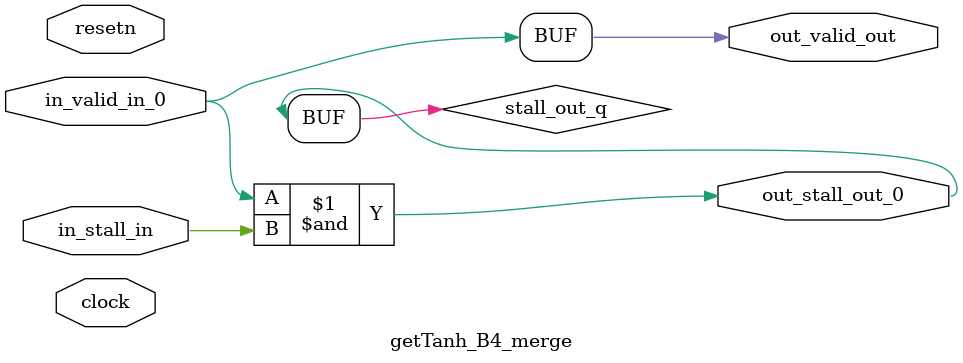
<source format=sv>



(* altera_attribute = "-name AUTO_SHIFT_REGISTER_RECOGNITION OFF; -name MESSAGE_DISABLE 10036; -name MESSAGE_DISABLE 10037; -name MESSAGE_DISABLE 14130; -name MESSAGE_DISABLE 14320; -name MESSAGE_DISABLE 15400; -name MESSAGE_DISABLE 14130; -name MESSAGE_DISABLE 10036; -name MESSAGE_DISABLE 12020; -name MESSAGE_DISABLE 12030; -name MESSAGE_DISABLE 12010; -name MESSAGE_DISABLE 12110; -name MESSAGE_DISABLE 14320; -name MESSAGE_DISABLE 13410; -name MESSAGE_DISABLE 113007; -name MESSAGE_DISABLE 10958" *)
module getTanh_B4_merge (
    input wire [0:0] in_stall_in,
    input wire [0:0] in_valid_in_0,
    output wire [0:0] out_stall_out_0,
    output wire [0:0] out_valid_out,
    input wire clock,
    input wire resetn
    );

    wire [0:0] stall_out_q;


    // stall_out(LOGICAL,6)
    assign stall_out_q = in_valid_in_0 & in_stall_in;

    // out_stall_out_0(GPOUT,4)
    assign out_stall_out_0 = stall_out_q;

    // out_valid_out(GPOUT,5)
    assign out_valid_out = in_valid_in_0;

endmodule

</source>
